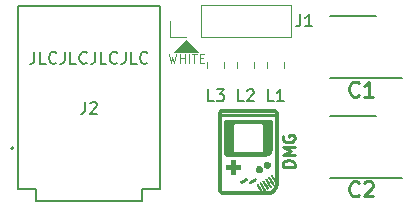
<source format=gbr>
%TF.GenerationSoftware,KiCad,Pcbnew,(5.1.6)-1*%
%TF.CreationDate,2024-02-11T14:18:58-05:00*%
%TF.ProjectId,GB-DMG-Headphone-PCB,47422d44-4d47-42d4-9865-616470686f6e,rev?*%
%TF.SameCoordinates,Original*%
%TF.FileFunction,Legend,Top*%
%TF.FilePolarity,Positive*%
%FSLAX46Y46*%
G04 Gerber Fmt 4.6, Leading zero omitted, Abs format (unit mm)*
G04 Created by KiCad (PCBNEW (5.1.6)-1) date 2024-02-11 14:18:58*
%MOMM*%
%LPD*%
G01*
G04 APERTURE LIST*
%ADD10C,0.250000*%
%ADD11C,0.125000*%
%ADD12C,0.100000*%
%ADD13C,0.150000*%
%ADD14C,0.010000*%
%ADD15C,0.200000*%
%ADD16C,0.120000*%
%ADD17C,0.127000*%
%ADD18C,0.254000*%
G04 APERTURE END LIST*
D10*
X154757380Y-111505833D02*
X153757380Y-111505833D01*
X153757380Y-111267738D01*
X153805000Y-111124880D01*
X153900238Y-111029642D01*
X153995476Y-110982023D01*
X154185952Y-110934404D01*
X154328809Y-110934404D01*
X154519285Y-110982023D01*
X154614523Y-111029642D01*
X154709761Y-111124880D01*
X154757380Y-111267738D01*
X154757380Y-111505833D01*
X154757380Y-110505833D02*
X153757380Y-110505833D01*
X154471666Y-110172500D01*
X153757380Y-109839166D01*
X154757380Y-109839166D01*
X153805000Y-108839166D02*
X153757380Y-108934404D01*
X153757380Y-109077261D01*
X153805000Y-109220119D01*
X153900238Y-109315357D01*
X153995476Y-109362976D01*
X154185952Y-109410595D01*
X154328809Y-109410595D01*
X154519285Y-109362976D01*
X154614523Y-109315357D01*
X154709761Y-109220119D01*
X154757380Y-109077261D01*
X154757380Y-108982023D01*
X154709761Y-108839166D01*
X154662142Y-108791547D01*
X154328809Y-108791547D01*
X154328809Y-108982023D01*
D11*
X144087642Y-101951285D02*
X144266214Y-102701285D01*
X144409071Y-102165571D01*
X144551928Y-102701285D01*
X144730500Y-101951285D01*
X145016214Y-102701285D02*
X145016214Y-101951285D01*
X145016214Y-102308428D02*
X145444785Y-102308428D01*
X145444785Y-102701285D02*
X145444785Y-101951285D01*
X145801928Y-102701285D02*
X145801928Y-101951285D01*
X146051928Y-101951285D02*
X146480500Y-101951285D01*
X146266214Y-102701285D02*
X146266214Y-101951285D01*
X146730500Y-102308428D02*
X146980500Y-102308428D01*
X147087642Y-102701285D02*
X146730500Y-102701285D01*
X146730500Y-101951285D01*
X147087642Y-101951285D01*
D12*
G36*
X146621500Y-101727000D02*
G01*
X144526000Y-101727000D01*
X145542000Y-100711000D01*
X146621500Y-101727000D01*
G37*
X146621500Y-101727000D02*
X144526000Y-101727000D01*
X145542000Y-100711000D01*
X146621500Y-101727000D01*
D13*
X132731452Y-101750880D02*
X132731452Y-102465166D01*
X132683833Y-102608023D01*
X132588595Y-102703261D01*
X132445738Y-102750880D01*
X132350500Y-102750880D01*
X133683833Y-102750880D02*
X133207642Y-102750880D01*
X133207642Y-101750880D01*
X134588595Y-102655642D02*
X134540976Y-102703261D01*
X134398119Y-102750880D01*
X134302880Y-102750880D01*
X134160023Y-102703261D01*
X134064785Y-102608023D01*
X134017166Y-102512785D01*
X133969547Y-102322309D01*
X133969547Y-102179452D01*
X134017166Y-101988976D01*
X134064785Y-101893738D01*
X134160023Y-101798500D01*
X134302880Y-101750880D01*
X134398119Y-101750880D01*
X134540976Y-101798500D01*
X134588595Y-101846119D01*
X135302880Y-101750880D02*
X135302880Y-102465166D01*
X135255261Y-102608023D01*
X135160023Y-102703261D01*
X135017166Y-102750880D01*
X134921928Y-102750880D01*
X136255261Y-102750880D02*
X135779071Y-102750880D01*
X135779071Y-101750880D01*
X137160023Y-102655642D02*
X137112404Y-102703261D01*
X136969547Y-102750880D01*
X136874309Y-102750880D01*
X136731452Y-102703261D01*
X136636214Y-102608023D01*
X136588595Y-102512785D01*
X136540976Y-102322309D01*
X136540976Y-102179452D01*
X136588595Y-101988976D01*
X136636214Y-101893738D01*
X136731452Y-101798500D01*
X136874309Y-101750880D01*
X136969547Y-101750880D01*
X137112404Y-101798500D01*
X137160023Y-101846119D01*
X137874309Y-101750880D02*
X137874309Y-102465166D01*
X137826690Y-102608023D01*
X137731452Y-102703261D01*
X137588595Y-102750880D01*
X137493357Y-102750880D01*
X138826690Y-102750880D02*
X138350500Y-102750880D01*
X138350500Y-101750880D01*
X139731452Y-102655642D02*
X139683833Y-102703261D01*
X139540976Y-102750880D01*
X139445738Y-102750880D01*
X139302880Y-102703261D01*
X139207642Y-102608023D01*
X139160023Y-102512785D01*
X139112404Y-102322309D01*
X139112404Y-102179452D01*
X139160023Y-101988976D01*
X139207642Y-101893738D01*
X139302880Y-101798500D01*
X139445738Y-101750880D01*
X139540976Y-101750880D01*
X139683833Y-101798500D01*
X139731452Y-101846119D01*
X140445738Y-101750880D02*
X140445738Y-102465166D01*
X140398119Y-102608023D01*
X140302880Y-102703261D01*
X140160023Y-102750880D01*
X140064785Y-102750880D01*
X141398119Y-102750880D02*
X140921928Y-102750880D01*
X140921928Y-101750880D01*
X142302880Y-102655642D02*
X142255261Y-102703261D01*
X142112404Y-102750880D01*
X142017166Y-102750880D01*
X141874309Y-102703261D01*
X141779071Y-102608023D01*
X141731452Y-102512785D01*
X141683833Y-102322309D01*
X141683833Y-102179452D01*
X141731452Y-101988976D01*
X141779071Y-101893738D01*
X141874309Y-101798500D01*
X142017166Y-101750880D01*
X142112404Y-101750880D01*
X142255261Y-101798500D01*
X142302880Y-101846119D01*
D14*
%TO.C,G\u002A\u002A\u002A*%
G36*
X151609851Y-107496943D02*
G01*
X151813894Y-107497163D01*
X151991709Y-107497690D01*
X152145208Y-107498631D01*
X152276299Y-107500096D01*
X152386894Y-107502193D01*
X152478901Y-107505031D01*
X152554230Y-107508719D01*
X152614792Y-107513366D01*
X152662496Y-107519080D01*
X152699253Y-107525969D01*
X152726971Y-107534144D01*
X152747562Y-107543711D01*
X152762934Y-107554781D01*
X152774998Y-107567462D01*
X152785664Y-107581862D01*
X152796841Y-107598091D01*
X152805524Y-107609985D01*
X152852967Y-107672173D01*
X152857938Y-108765703D01*
X152858842Y-109031101D01*
X152858983Y-109263002D01*
X152858357Y-109461771D01*
X152856961Y-109627770D01*
X152854790Y-109761362D01*
X152851840Y-109862909D01*
X152848107Y-109932773D01*
X152844353Y-109967303D01*
X152803197Y-110111903D01*
X152733332Y-110245070D01*
X152638720Y-110361018D01*
X152523325Y-110453960D01*
X152502090Y-110466960D01*
X152475671Y-110482213D01*
X152450142Y-110495728D01*
X152423396Y-110507610D01*
X152393323Y-110517960D01*
X152357814Y-110526883D01*
X152314761Y-110534483D01*
X152262054Y-110540861D01*
X152197585Y-110546122D01*
X152119244Y-110550370D01*
X152024924Y-110553706D01*
X151912514Y-110556236D01*
X151779907Y-110558062D01*
X151624992Y-110559287D01*
X151445661Y-110560015D01*
X151239806Y-110560349D01*
X151005317Y-110560393D01*
X150740086Y-110560250D01*
X150600833Y-110560145D01*
X150361092Y-110559798D01*
X150132640Y-110559152D01*
X149917732Y-110558228D01*
X149718618Y-110557050D01*
X149537552Y-110555641D01*
X149376785Y-110554023D01*
X149238569Y-110552219D01*
X149125158Y-110550251D01*
X149038803Y-110548143D01*
X148981757Y-110545917D01*
X148956271Y-110543597D01*
X148956068Y-110543540D01*
X148894873Y-110511040D01*
X148837910Y-110455634D01*
X148794005Y-110387971D01*
X148772422Y-110321985D01*
X148770794Y-110293511D01*
X148769375Y-110233970D01*
X148768177Y-110146164D01*
X148767209Y-110032890D01*
X148766485Y-109896950D01*
X148766014Y-109741144D01*
X148765809Y-109568270D01*
X148765879Y-109381129D01*
X148766238Y-109182521D01*
X148766895Y-108975246D01*
X148766953Y-108960439D01*
X148768516Y-108563833D01*
X149017567Y-108563833D01*
X149029975Y-108615633D01*
X149065149Y-108644063D01*
X149093767Y-108648500D01*
X149132626Y-108639330D01*
X149149647Y-108628180D01*
X149165294Y-108596516D01*
X149169967Y-108563833D01*
X149157558Y-108512033D01*
X149122384Y-108483603D01*
X149093767Y-108479167D01*
X149047146Y-108492954D01*
X149021560Y-108532036D01*
X149017567Y-108563833D01*
X148768516Y-108563833D01*
X148771313Y-107854554D01*
X149542500Y-107854554D01*
X149542500Y-109035540D01*
X149542642Y-109278302D01*
X149543088Y-109488987D01*
X149543869Y-109669381D01*
X149545015Y-109821274D01*
X149546555Y-109946453D01*
X149548521Y-110046705D01*
X149550943Y-110123819D01*
X149553850Y-110179583D01*
X149557273Y-110215784D01*
X149561242Y-110234210D01*
X149562820Y-110236847D01*
X149583474Y-110240908D01*
X149634715Y-110244556D01*
X149713267Y-110247792D01*
X149815852Y-110250614D01*
X149939194Y-110253024D01*
X150080017Y-110255021D01*
X150235042Y-110256604D01*
X150400994Y-110257775D01*
X150574596Y-110258532D01*
X150752570Y-110258877D01*
X150931640Y-110258808D01*
X151108529Y-110258327D01*
X151279961Y-110257433D01*
X151442658Y-110256125D01*
X151593343Y-110254405D01*
X151728741Y-110252272D01*
X151845573Y-110249726D01*
X151940564Y-110246766D01*
X152010436Y-110243394D01*
X152051913Y-110239609D01*
X152062180Y-110236847D01*
X152066354Y-110224416D01*
X152069972Y-110194858D01*
X152073062Y-110146384D01*
X152075656Y-110077208D01*
X152077783Y-109985541D01*
X152079474Y-109869595D01*
X152080759Y-109727583D01*
X152081669Y-109557716D01*
X152082233Y-109358206D01*
X152082482Y-109127266D01*
X152082500Y-109035540D01*
X152082500Y-107854554D01*
X152044865Y-107828193D01*
X152034538Y-107823062D01*
X152017694Y-107818632D01*
X151991994Y-107814853D01*
X151955098Y-107811674D01*
X151904665Y-107809046D01*
X151838357Y-107806918D01*
X151753832Y-107805242D01*
X151648750Y-107803965D01*
X151520773Y-107803039D01*
X151367559Y-107802414D01*
X151186768Y-107802038D01*
X150976061Y-107801863D01*
X150812500Y-107801833D01*
X150579851Y-107801899D01*
X150378728Y-107802131D01*
X150206792Y-107802579D01*
X150061702Y-107803293D01*
X149941119Y-107804323D01*
X149842702Y-107805719D01*
X149764111Y-107807531D01*
X149703007Y-107809810D01*
X149657048Y-107812604D01*
X149623896Y-107815965D01*
X149601210Y-107819942D01*
X149586650Y-107824586D01*
X149580134Y-107828193D01*
X149542500Y-107854554D01*
X148771313Y-107854554D01*
X148772033Y-107672179D01*
X148820832Y-107608209D01*
X148833297Y-107591059D01*
X148844326Y-107575764D01*
X148855823Y-107562218D01*
X148869692Y-107550315D01*
X148887838Y-107539950D01*
X148912163Y-107531016D01*
X148944571Y-107523409D01*
X148986968Y-107517021D01*
X149041256Y-107511748D01*
X149109340Y-107507483D01*
X149193123Y-107504121D01*
X149294509Y-107501555D01*
X149415403Y-107499681D01*
X149557708Y-107498392D01*
X149723327Y-107497582D01*
X149914166Y-107497146D01*
X150132128Y-107496977D01*
X150379116Y-107496971D01*
X150657035Y-107497020D01*
X150821264Y-107497033D01*
X151115446Y-107496987D01*
X151377672Y-107496921D01*
X151609851Y-107496943D01*
G37*
X151609851Y-107496943D02*
X151813894Y-107497163D01*
X151991709Y-107497690D01*
X152145208Y-107498631D01*
X152276299Y-107500096D01*
X152386894Y-107502193D01*
X152478901Y-107505031D01*
X152554230Y-107508719D01*
X152614792Y-107513366D01*
X152662496Y-107519080D01*
X152699253Y-107525969D01*
X152726971Y-107534144D01*
X152747562Y-107543711D01*
X152762934Y-107554781D01*
X152774998Y-107567462D01*
X152785664Y-107581862D01*
X152796841Y-107598091D01*
X152805524Y-107609985D01*
X152852967Y-107672173D01*
X152857938Y-108765703D01*
X152858842Y-109031101D01*
X152858983Y-109263002D01*
X152858357Y-109461771D01*
X152856961Y-109627770D01*
X152854790Y-109761362D01*
X152851840Y-109862909D01*
X152848107Y-109932773D01*
X152844353Y-109967303D01*
X152803197Y-110111903D01*
X152733332Y-110245070D01*
X152638720Y-110361018D01*
X152523325Y-110453960D01*
X152502090Y-110466960D01*
X152475671Y-110482213D01*
X152450142Y-110495728D01*
X152423396Y-110507610D01*
X152393323Y-110517960D01*
X152357814Y-110526883D01*
X152314761Y-110534483D01*
X152262054Y-110540861D01*
X152197585Y-110546122D01*
X152119244Y-110550370D01*
X152024924Y-110553706D01*
X151912514Y-110556236D01*
X151779907Y-110558062D01*
X151624992Y-110559287D01*
X151445661Y-110560015D01*
X151239806Y-110560349D01*
X151005317Y-110560393D01*
X150740086Y-110560250D01*
X150600833Y-110560145D01*
X150361092Y-110559798D01*
X150132640Y-110559152D01*
X149917732Y-110558228D01*
X149718618Y-110557050D01*
X149537552Y-110555641D01*
X149376785Y-110554023D01*
X149238569Y-110552219D01*
X149125158Y-110550251D01*
X149038803Y-110548143D01*
X148981757Y-110545917D01*
X148956271Y-110543597D01*
X148956068Y-110543540D01*
X148894873Y-110511040D01*
X148837910Y-110455634D01*
X148794005Y-110387971D01*
X148772422Y-110321985D01*
X148770794Y-110293511D01*
X148769375Y-110233970D01*
X148768177Y-110146164D01*
X148767209Y-110032890D01*
X148766485Y-109896950D01*
X148766014Y-109741144D01*
X148765809Y-109568270D01*
X148765879Y-109381129D01*
X148766238Y-109182521D01*
X148766895Y-108975246D01*
X148766953Y-108960439D01*
X148768516Y-108563833D01*
X149017567Y-108563833D01*
X149029975Y-108615633D01*
X149065149Y-108644063D01*
X149093767Y-108648500D01*
X149132626Y-108639330D01*
X149149647Y-108628180D01*
X149165294Y-108596516D01*
X149169967Y-108563833D01*
X149157558Y-108512033D01*
X149122384Y-108483603D01*
X149093767Y-108479167D01*
X149047146Y-108492954D01*
X149021560Y-108532036D01*
X149017567Y-108563833D01*
X148768516Y-108563833D01*
X148771313Y-107854554D01*
X149542500Y-107854554D01*
X149542500Y-109035540D01*
X149542642Y-109278302D01*
X149543088Y-109488987D01*
X149543869Y-109669381D01*
X149545015Y-109821274D01*
X149546555Y-109946453D01*
X149548521Y-110046705D01*
X149550943Y-110123819D01*
X149553850Y-110179583D01*
X149557273Y-110215784D01*
X149561242Y-110234210D01*
X149562820Y-110236847D01*
X149583474Y-110240908D01*
X149634715Y-110244556D01*
X149713267Y-110247792D01*
X149815852Y-110250614D01*
X149939194Y-110253024D01*
X150080017Y-110255021D01*
X150235042Y-110256604D01*
X150400994Y-110257775D01*
X150574596Y-110258532D01*
X150752570Y-110258877D01*
X150931640Y-110258808D01*
X151108529Y-110258327D01*
X151279961Y-110257433D01*
X151442658Y-110256125D01*
X151593343Y-110254405D01*
X151728741Y-110252272D01*
X151845573Y-110249726D01*
X151940564Y-110246766D01*
X152010436Y-110243394D01*
X152051913Y-110239609D01*
X152062180Y-110236847D01*
X152066354Y-110224416D01*
X152069972Y-110194858D01*
X152073062Y-110146384D01*
X152075656Y-110077208D01*
X152077783Y-109985541D01*
X152079474Y-109869595D01*
X152080759Y-109727583D01*
X152081669Y-109557716D01*
X152082233Y-109358206D01*
X152082482Y-109127266D01*
X152082500Y-109035540D01*
X152082500Y-107854554D01*
X152044865Y-107828193D01*
X152034538Y-107823062D01*
X152017694Y-107818632D01*
X151991994Y-107814853D01*
X151955098Y-107811674D01*
X151904665Y-107809046D01*
X151838357Y-107806918D01*
X151753832Y-107805242D01*
X151648750Y-107803965D01*
X151520773Y-107803039D01*
X151367559Y-107802414D01*
X151186768Y-107802038D01*
X150976061Y-107801863D01*
X150812500Y-107801833D01*
X150579851Y-107801899D01*
X150378728Y-107802131D01*
X150206792Y-107802579D01*
X150061702Y-107803293D01*
X149941119Y-107804323D01*
X149842702Y-107805719D01*
X149764111Y-107807531D01*
X149703007Y-107809810D01*
X149657048Y-107812604D01*
X149623896Y-107815965D01*
X149601210Y-107819942D01*
X149586650Y-107824586D01*
X149580134Y-107828193D01*
X149542500Y-107854554D01*
X148771313Y-107854554D01*
X148772033Y-107672179D01*
X148820832Y-107608209D01*
X148833297Y-107591059D01*
X148844326Y-107575764D01*
X148855823Y-107562218D01*
X148869692Y-107550315D01*
X148887838Y-107539950D01*
X148912163Y-107531016D01*
X148944571Y-107523409D01*
X148986968Y-107517021D01*
X149041256Y-107511748D01*
X149109340Y-107507483D01*
X149193123Y-107504121D01*
X149294509Y-107501555D01*
X149415403Y-107499681D01*
X149557708Y-107498392D01*
X149723327Y-107497582D01*
X149914166Y-107497146D01*
X150132128Y-107496977D01*
X150379116Y-107496971D01*
X150657035Y-107497020D01*
X150821264Y-107497033D01*
X151115446Y-107496987D01*
X151377672Y-107496921D01*
X151609851Y-107496943D01*
G36*
X152507174Y-111078011D02*
G01*
X152582858Y-111119093D01*
X152644227Y-111185547D01*
X152654645Y-111202669D01*
X152685757Y-111288736D01*
X152686487Y-111374775D01*
X152659831Y-111455036D01*
X152608787Y-111523764D01*
X152536351Y-111575207D01*
X152445785Y-111603573D01*
X152388275Y-111605087D01*
X152331103Y-111587965D01*
X152303624Y-111574692D01*
X152229813Y-111527116D01*
X152184573Y-111472019D01*
X152162769Y-111400924D01*
X152158700Y-111335425D01*
X152162137Y-111266117D01*
X152174679Y-111216631D01*
X152198135Y-111175544D01*
X152262656Y-111111069D01*
X152340231Y-111073592D01*
X152424018Y-111062708D01*
X152507174Y-111078011D01*
G37*
X152507174Y-111078011D02*
X152582858Y-111119093D01*
X152644227Y-111185547D01*
X152654645Y-111202669D01*
X152685757Y-111288736D01*
X152686487Y-111374775D01*
X152659831Y-111455036D01*
X152608787Y-111523764D01*
X152536351Y-111575207D01*
X152445785Y-111603573D01*
X152388275Y-111605087D01*
X152331103Y-111587965D01*
X152303624Y-111574692D01*
X152229813Y-111527116D01*
X152184573Y-111472019D01*
X152162769Y-111400924D01*
X152158700Y-111335425D01*
X152162137Y-111266117D01*
X152174679Y-111216631D01*
X152198135Y-111175544D01*
X152262656Y-111111069D01*
X152340231Y-111073592D01*
X152424018Y-111062708D01*
X152507174Y-111078011D01*
G36*
X151850081Y-111439066D02*
G01*
X151850088Y-111439069D01*
X151925690Y-111488549D01*
X151978425Y-111555714D01*
X152007610Y-111633848D01*
X152012563Y-111716238D01*
X151992601Y-111796168D01*
X151947041Y-111866925D01*
X151897820Y-111908539D01*
X151818832Y-111945779D01*
X151737256Y-111959854D01*
X151674636Y-111951778D01*
X151589486Y-111909618D01*
X151525232Y-111841880D01*
X151509970Y-111817112D01*
X151478811Y-111732276D01*
X151477026Y-111648926D01*
X151500451Y-111571687D01*
X151544925Y-111505186D01*
X151606286Y-111454048D01*
X151680374Y-111422898D01*
X151763026Y-111416362D01*
X151850081Y-111439066D01*
G37*
X151850081Y-111439066D02*
X151850088Y-111439069D01*
X151925690Y-111488549D01*
X151978425Y-111555714D01*
X152007610Y-111633848D01*
X152012563Y-111716238D01*
X151992601Y-111796168D01*
X151947041Y-111866925D01*
X151897820Y-111908539D01*
X151818832Y-111945779D01*
X151737256Y-111959854D01*
X151674636Y-111951778D01*
X151589486Y-111909618D01*
X151525232Y-111841880D01*
X151509970Y-111817112D01*
X151478811Y-111732276D01*
X151477026Y-111648926D01*
X151500451Y-111571687D01*
X151544925Y-111505186D01*
X151606286Y-111454048D01*
X151680374Y-111422898D01*
X151763026Y-111416362D01*
X151850081Y-111439066D01*
G36*
X149609451Y-110920131D02*
G01*
X149664945Y-110927349D01*
X149691513Y-110937886D01*
X149702156Y-110967005D01*
X149708952Y-111028391D01*
X149711762Y-111120647D01*
X149711833Y-111141086D01*
X149711833Y-111323967D01*
X149895475Y-111323967D01*
X149989814Y-111325181D01*
X150055484Y-111331551D01*
X150097667Y-111347167D01*
X150121542Y-111376117D01*
X150132293Y-111422494D01*
X150135099Y-111490385D01*
X150135166Y-111513175D01*
X150133553Y-111584973D01*
X150125282Y-111635085D01*
X150105207Y-111667399D01*
X150068182Y-111685804D01*
X150009062Y-111694188D01*
X149922700Y-111696439D01*
X149892533Y-111696500D01*
X149711833Y-111696500D01*
X149711833Y-111879380D01*
X149709780Y-111977220D01*
X149703715Y-112044450D01*
X149693776Y-112079672D01*
X149691513Y-112082580D01*
X149662866Y-112093563D01*
X149606142Y-112100572D01*
X149531242Y-112102900D01*
X149460568Y-112101887D01*
X149416177Y-112097803D01*
X149390519Y-112089076D01*
X149376044Y-112074137D01*
X149373762Y-112070146D01*
X149366279Y-112039751D01*
X149360388Y-111984590D01*
X149356875Y-111913754D01*
X149356233Y-111866946D01*
X149356233Y-111696500D01*
X149178433Y-111696500D01*
X149082590Y-111694803D01*
X149015477Y-111687149D01*
X148972024Y-111669691D01*
X148947161Y-111638582D01*
X148935816Y-111589975D01*
X148932920Y-111520025D01*
X148932900Y-111510233D01*
X148935136Y-111437525D01*
X148945226Y-111386611D01*
X148968239Y-111353647D01*
X149009246Y-111334785D01*
X149073318Y-111326179D01*
X149165525Y-111323982D01*
X149178433Y-111323967D01*
X149356233Y-111323967D01*
X149356233Y-111153520D01*
X149357040Y-111060091D01*
X149362051Y-110995291D01*
X149375149Y-110953883D01*
X149400219Y-110930631D01*
X149441144Y-110920298D01*
X149501808Y-110917648D01*
X149531242Y-110917567D01*
X149609451Y-110920131D01*
G37*
X149609451Y-110920131D02*
X149664945Y-110927349D01*
X149691513Y-110937886D01*
X149702156Y-110967005D01*
X149708952Y-111028391D01*
X149711762Y-111120647D01*
X149711833Y-111141086D01*
X149711833Y-111323967D01*
X149895475Y-111323967D01*
X149989814Y-111325181D01*
X150055484Y-111331551D01*
X150097667Y-111347167D01*
X150121542Y-111376117D01*
X150132293Y-111422494D01*
X150135099Y-111490385D01*
X150135166Y-111513175D01*
X150133553Y-111584973D01*
X150125282Y-111635085D01*
X150105207Y-111667399D01*
X150068182Y-111685804D01*
X150009062Y-111694188D01*
X149922700Y-111696439D01*
X149892533Y-111696500D01*
X149711833Y-111696500D01*
X149711833Y-111879380D01*
X149709780Y-111977220D01*
X149703715Y-112044450D01*
X149693776Y-112079672D01*
X149691513Y-112082580D01*
X149662866Y-112093563D01*
X149606142Y-112100572D01*
X149531242Y-112102900D01*
X149460568Y-112101887D01*
X149416177Y-112097803D01*
X149390519Y-112089076D01*
X149376044Y-112074137D01*
X149373762Y-112070146D01*
X149366279Y-112039751D01*
X149360388Y-111984590D01*
X149356875Y-111913754D01*
X149356233Y-111866946D01*
X149356233Y-111696500D01*
X149178433Y-111696500D01*
X149082590Y-111694803D01*
X149015477Y-111687149D01*
X148972024Y-111669691D01*
X148947161Y-111638582D01*
X148935816Y-111589975D01*
X148932920Y-111520025D01*
X148932900Y-111510233D01*
X148935136Y-111437525D01*
X148945226Y-111386611D01*
X148968239Y-111353647D01*
X149009246Y-111334785D01*
X149073318Y-111326179D01*
X149165525Y-111323982D01*
X149178433Y-111323967D01*
X149356233Y-111323967D01*
X149356233Y-111153520D01*
X149357040Y-111060091D01*
X149362051Y-110995291D01*
X149375149Y-110953883D01*
X149400219Y-110930631D01*
X149441144Y-110920298D01*
X149501808Y-110917648D01*
X149531242Y-110917567D01*
X149609451Y-110920131D01*
G36*
X150653044Y-112448874D02*
G01*
X150693881Y-112474533D01*
X150715099Y-112518851D01*
X150711249Y-112567869D01*
X150694236Y-112584474D01*
X150654011Y-112613755D01*
X150596906Y-112651835D01*
X150529253Y-112694836D01*
X150457385Y-112738881D01*
X150387635Y-112780092D01*
X150326334Y-112814591D01*
X150279817Y-112838501D01*
X150254414Y-112847944D01*
X150253815Y-112847966D01*
X150234404Y-112839259D01*
X150205716Y-112820940D01*
X150176751Y-112788192D01*
X150172315Y-112741490D01*
X150176664Y-112719674D01*
X150188000Y-112699580D01*
X150210846Y-112677581D01*
X150249724Y-112650051D01*
X150309155Y-112613363D01*
X150393662Y-112563891D01*
X150394078Y-112563651D01*
X150484898Y-112512148D01*
X150551895Y-112477035D01*
X150599661Y-112456277D01*
X150632789Y-112447838D01*
X150653044Y-112448874D01*
G37*
X150653044Y-112448874D02*
X150693881Y-112474533D01*
X150715099Y-112518851D01*
X150711249Y-112567869D01*
X150694236Y-112584474D01*
X150654011Y-112613755D01*
X150596906Y-112651835D01*
X150529253Y-112694836D01*
X150457385Y-112738881D01*
X150387635Y-112780092D01*
X150326334Y-112814591D01*
X150279817Y-112838501D01*
X150254414Y-112847944D01*
X150253815Y-112847966D01*
X150234404Y-112839259D01*
X150205716Y-112820940D01*
X150176751Y-112788192D01*
X150172315Y-112741490D01*
X150176664Y-112719674D01*
X150188000Y-112699580D01*
X150210846Y-112677581D01*
X150249724Y-112650051D01*
X150309155Y-112613363D01*
X150393662Y-112563891D01*
X150394078Y-112563651D01*
X150484898Y-112512148D01*
X150551895Y-112477035D01*
X150599661Y-112456277D01*
X150632789Y-112447838D01*
X150653044Y-112448874D01*
G36*
X151412231Y-112473056D02*
G01*
X151441065Y-112509091D01*
X151453957Y-112555494D01*
X151445453Y-112600703D01*
X151442340Y-112606129D01*
X151423114Y-112621900D01*
X151380659Y-112649671D01*
X151321568Y-112685689D01*
X151252436Y-112726202D01*
X151179855Y-112767456D01*
X151110421Y-112805698D01*
X151050726Y-112837174D01*
X151007366Y-112858132D01*
X150987711Y-112864900D01*
X150963984Y-112852684D01*
X150934511Y-112823124D01*
X150933208Y-112821485D01*
X150913356Y-112789891D01*
X150908966Y-112760689D01*
X150922821Y-112730590D01*
X150957703Y-112696306D01*
X151016397Y-112654550D01*
X151101687Y-112602034D01*
X151136150Y-112581778D01*
X151213263Y-112537813D01*
X151281551Y-112500788D01*
X151334987Y-112473831D01*
X151367539Y-112460070D01*
X151372909Y-112458950D01*
X151412231Y-112473056D01*
G37*
X151412231Y-112473056D02*
X151441065Y-112509091D01*
X151453957Y-112555494D01*
X151445453Y-112600703D01*
X151442340Y-112606129D01*
X151423114Y-112621900D01*
X151380659Y-112649671D01*
X151321568Y-112685689D01*
X151252436Y-112726202D01*
X151179855Y-112767456D01*
X151110421Y-112805698D01*
X151050726Y-112837174D01*
X151007366Y-112858132D01*
X150987711Y-112864900D01*
X150963984Y-112852684D01*
X150934511Y-112823124D01*
X150933208Y-112821485D01*
X150913356Y-112789891D01*
X150908966Y-112760689D01*
X150922821Y-112730590D01*
X150957703Y-112696306D01*
X151016397Y-112654550D01*
X151101687Y-112602034D01*
X151136150Y-112581778D01*
X151213263Y-112537813D01*
X151281551Y-112500788D01*
X151334987Y-112473831D01*
X151367539Y-112460070D01*
X151372909Y-112458950D01*
X151412231Y-112473056D01*
G36*
X152595442Y-112345740D02*
G01*
X152610798Y-112357023D01*
X152630366Y-112379349D01*
X152656568Y-112415979D01*
X152691827Y-112470174D01*
X152738564Y-112545196D01*
X152799200Y-112644306D01*
X152835426Y-112703812D01*
X152897334Y-112806957D01*
X152941764Y-112885331D01*
X152969807Y-112942487D01*
X152982553Y-112981978D01*
X152981092Y-113007355D01*
X152966515Y-113022170D01*
X152939912Y-113029976D01*
X152935754Y-113030642D01*
X152921125Y-113026497D01*
X152900841Y-113008274D01*
X152872724Y-112972968D01*
X152834595Y-112917575D01*
X152784275Y-112839089D01*
X152719585Y-112734507D01*
X152711833Y-112721829D01*
X152655698Y-112628200D01*
X152606584Y-112542934D01*
X152567003Y-112470674D01*
X152539466Y-112416059D01*
X152526487Y-112383732D01*
X152525889Y-112378286D01*
X152545283Y-112352098D01*
X152567684Y-112343261D01*
X152581879Y-112342240D01*
X152595442Y-112345740D01*
G37*
X152595442Y-112345740D02*
X152610798Y-112357023D01*
X152630366Y-112379349D01*
X152656568Y-112415979D01*
X152691827Y-112470174D01*
X152738564Y-112545196D01*
X152799200Y-112644306D01*
X152835426Y-112703812D01*
X152897334Y-112806957D01*
X152941764Y-112885331D01*
X152969807Y-112942487D01*
X152982553Y-112981978D01*
X152981092Y-113007355D01*
X152966515Y-113022170D01*
X152939912Y-113029976D01*
X152935754Y-113030642D01*
X152921125Y-113026497D01*
X152900841Y-113008274D01*
X152872724Y-112972968D01*
X152834595Y-112917575D01*
X152784275Y-112839089D01*
X152719585Y-112734507D01*
X152711833Y-112721829D01*
X152655698Y-112628200D01*
X152606584Y-112542934D01*
X152567003Y-112470674D01*
X152539466Y-112416059D01*
X152526487Y-112383732D01*
X152525889Y-112378286D01*
X152545283Y-112352098D01*
X152567684Y-112343261D01*
X152581879Y-112342240D01*
X152595442Y-112345740D01*
G36*
X152350173Y-112504840D02*
G01*
X152369154Y-112519159D01*
X152393600Y-112547239D01*
X152426075Y-112592531D01*
X152469142Y-112658482D01*
X152525364Y-112748543D01*
X152559314Y-112803863D01*
X152624254Y-112912198D01*
X152676201Y-113003304D01*
X152713630Y-113074314D01*
X152735015Y-113122361D01*
X152739522Y-113142529D01*
X152722358Y-113174166D01*
X152690573Y-113183223D01*
X152655445Y-113168939D01*
X152637801Y-113149383D01*
X152621021Y-113122784D01*
X152589937Y-113072670D01*
X152547877Y-113004440D01*
X152498171Y-112923492D01*
X152448116Y-112841722D01*
X152382713Y-112732658D01*
X152335617Y-112648546D01*
X152305860Y-112586492D01*
X152292474Y-112543603D01*
X152294490Y-112516984D01*
X152310941Y-112503742D01*
X152334093Y-112500833D01*
X152350173Y-112504840D01*
G37*
X152350173Y-112504840D02*
X152369154Y-112519159D01*
X152393600Y-112547239D01*
X152426075Y-112592531D01*
X152469142Y-112658482D01*
X152525364Y-112748543D01*
X152559314Y-112803863D01*
X152624254Y-112912198D01*
X152676201Y-113003304D01*
X152713630Y-113074314D01*
X152735015Y-113122361D01*
X152739522Y-113142529D01*
X152722358Y-113174166D01*
X152690573Y-113183223D01*
X152655445Y-113168939D01*
X152637801Y-113149383D01*
X152621021Y-113122784D01*
X152589937Y-113072670D01*
X152547877Y-113004440D01*
X152498171Y-112923492D01*
X152448116Y-112841722D01*
X152382713Y-112732658D01*
X152335617Y-112648546D01*
X152305860Y-112586492D01*
X152292474Y-112543603D01*
X152294490Y-112516984D01*
X152310941Y-112503742D01*
X152334093Y-112500833D01*
X152350173Y-112504840D01*
G36*
X152098083Y-112648983D02*
G01*
X152114307Y-112657125D01*
X152134024Y-112676171D01*
X152159855Y-112709592D01*
X152194419Y-112760858D01*
X152240338Y-112833442D01*
X152300232Y-112930813D01*
X152317957Y-112959864D01*
X152383930Y-113069178D01*
X152433053Y-113153352D01*
X152466978Y-113215609D01*
X152487354Y-113259175D01*
X152495834Y-113287275D01*
X152494068Y-113303135D01*
X152493853Y-113303489D01*
X152462320Y-113331942D01*
X152426514Y-113327741D01*
X152391308Y-113293363D01*
X152353247Y-113236846D01*
X152307721Y-113165346D01*
X152257773Y-113084100D01*
X152206450Y-112998345D01*
X152156796Y-112913318D01*
X152111856Y-112834256D01*
X152074674Y-112766394D01*
X152048296Y-112714970D01*
X152035766Y-112685220D01*
X152035209Y-112680930D01*
X152054115Y-112658110D01*
X152082734Y-112648275D01*
X152098083Y-112648983D01*
G37*
X152098083Y-112648983D02*
X152114307Y-112657125D01*
X152134024Y-112676171D01*
X152159855Y-112709592D01*
X152194419Y-112760858D01*
X152240338Y-112833442D01*
X152300232Y-112930813D01*
X152317957Y-112959864D01*
X152383930Y-113069178D01*
X152433053Y-113153352D01*
X152466978Y-113215609D01*
X152487354Y-113259175D01*
X152495834Y-113287275D01*
X152494068Y-113303135D01*
X152493853Y-113303489D01*
X152462320Y-113331942D01*
X152426514Y-113327741D01*
X152391308Y-113293363D01*
X152353247Y-113236846D01*
X152307721Y-113165346D01*
X152257773Y-113084100D01*
X152206450Y-112998345D01*
X152156796Y-112913318D01*
X152111856Y-112834256D01*
X152074674Y-112766394D01*
X152048296Y-112714970D01*
X152035766Y-112685220D01*
X152035209Y-112680930D01*
X152054115Y-112658110D01*
X152082734Y-112648275D01*
X152098083Y-112648983D01*
G36*
X151871831Y-112798001D02*
G01*
X151872388Y-112798457D01*
X151891246Y-112821377D01*
X151922832Y-112867573D01*
X151963939Y-112931641D01*
X152011356Y-113008175D01*
X152061874Y-113091772D01*
X152112284Y-113177027D01*
X152159376Y-113258535D01*
X152199941Y-113330891D01*
X152230769Y-113388692D01*
X152248652Y-113426532D01*
X152251833Y-113437445D01*
X152239863Y-113469853D01*
X152225048Y-113481155D01*
X152200321Y-113489837D01*
X152186294Y-113486574D01*
X152174204Y-113478474D01*
X152156570Y-113457925D01*
X152125945Y-113413538D01*
X152085541Y-113350733D01*
X152038568Y-113274932D01*
X151988239Y-113191557D01*
X151937764Y-113106029D01*
X151890353Y-113023770D01*
X151849219Y-112950202D01*
X151817573Y-112890746D01*
X151798626Y-112850823D01*
X151794633Y-112837619D01*
X151807448Y-112802406D01*
X151837417Y-112787066D01*
X151871831Y-112798001D01*
G37*
X151871831Y-112798001D02*
X151872388Y-112798457D01*
X151891246Y-112821377D01*
X151922832Y-112867573D01*
X151963939Y-112931641D01*
X152011356Y-113008175D01*
X152061874Y-113091772D01*
X152112284Y-113177027D01*
X152159376Y-113258535D01*
X152199941Y-113330891D01*
X152230769Y-113388692D01*
X152248652Y-113426532D01*
X152251833Y-113437445D01*
X152239863Y-113469853D01*
X152225048Y-113481155D01*
X152200321Y-113489837D01*
X152186294Y-113486574D01*
X152174204Y-113478474D01*
X152156570Y-113457925D01*
X152125945Y-113413538D01*
X152085541Y-113350733D01*
X152038568Y-113274932D01*
X151988239Y-113191557D01*
X151937764Y-113106029D01*
X151890353Y-113023770D01*
X151849219Y-112950202D01*
X151817573Y-112890746D01*
X151798626Y-112850823D01*
X151794633Y-112837619D01*
X151807448Y-112802406D01*
X151837417Y-112787066D01*
X151871831Y-112798001D01*
G36*
X150810200Y-106548932D02*
G01*
X153022300Y-106549097D01*
X153107090Y-106588582D01*
X153198926Y-106647594D01*
X153278714Y-106729559D01*
X153333451Y-106818468D01*
X153336873Y-106828064D01*
X153340002Y-106842118D01*
X153342850Y-106862095D01*
X153345431Y-106889463D01*
X153347757Y-106925689D01*
X153349842Y-106972239D01*
X153351698Y-107030581D01*
X153353339Y-107102180D01*
X153354777Y-107188503D01*
X153356026Y-107291017D01*
X153357098Y-107411190D01*
X153358007Y-107550486D01*
X153358765Y-107710374D01*
X153359386Y-107892320D01*
X153359881Y-108097791D01*
X153360266Y-108328253D01*
X153360551Y-108585173D01*
X153360751Y-108870018D01*
X153360878Y-109184255D01*
X153360946Y-109529350D01*
X153360966Y-109906769D01*
X153360966Y-112974966D01*
X153309152Y-113119648D01*
X153229986Y-113294656D01*
X153126674Y-113446855D01*
X153000709Y-113574860D01*
X152853586Y-113677285D01*
X152686799Y-113752746D01*
X152597341Y-113779716D01*
X152576326Y-113784860D01*
X152554458Y-113789448D01*
X152529780Y-113793512D01*
X152500334Y-113797084D01*
X152464163Y-113800196D01*
X152419310Y-113802878D01*
X152363817Y-113805164D01*
X152295727Y-113807084D01*
X152213082Y-113808670D01*
X152113925Y-113809954D01*
X151996299Y-113810968D01*
X151858245Y-113811744D01*
X151697807Y-113812313D01*
X151513027Y-113812707D01*
X151301948Y-113812957D01*
X151062612Y-113813096D01*
X150793062Y-113813155D01*
X150533716Y-113813166D01*
X148600883Y-113813166D01*
X148513289Y-113769517D01*
X148414772Y-113704246D01*
X148339974Y-113616851D01*
X148304120Y-113550700D01*
X148300432Y-113541571D01*
X148297048Y-113530101D01*
X148293957Y-113514860D01*
X148291145Y-113494419D01*
X148288597Y-113467347D01*
X148286302Y-113432213D01*
X148284245Y-113387589D01*
X148282414Y-113332042D01*
X148280795Y-113264144D01*
X148279375Y-113182465D01*
X148278141Y-113085573D01*
X148277079Y-112972039D01*
X148276176Y-112840433D01*
X148275418Y-112689324D01*
X148274794Y-112517282D01*
X148274288Y-112322878D01*
X148273888Y-112104681D01*
X148273581Y-111861261D01*
X148273353Y-111591187D01*
X148273191Y-111293030D01*
X148273081Y-110965359D01*
X148273011Y-110606744D01*
X148272968Y-110215756D01*
X148272966Y-110197900D01*
X148273015Y-109743342D01*
X148273240Y-109322507D01*
X148273643Y-108935251D01*
X148274225Y-108581430D01*
X148274985Y-108260900D01*
X148275926Y-107973518D01*
X148277048Y-107719139D01*
X148278350Y-107497621D01*
X148279835Y-107308819D01*
X148280898Y-107209167D01*
X148526232Y-107209167D01*
X148530599Y-110331590D01*
X148531137Y-110713206D01*
X148531649Y-111062412D01*
X148532151Y-111380666D01*
X148532663Y-111669426D01*
X148533200Y-111930149D01*
X148533782Y-112164291D01*
X148534425Y-112373311D01*
X148535148Y-112558666D01*
X148535968Y-112721813D01*
X148536902Y-112864209D01*
X148537968Y-112987312D01*
X148539184Y-113092579D01*
X148540568Y-113181467D01*
X148542136Y-113255434D01*
X148543908Y-113315937D01*
X148545899Y-113364434D01*
X148548129Y-113402381D01*
X148550614Y-113431237D01*
X148553373Y-113452457D01*
X148556422Y-113467501D01*
X148559780Y-113477825D01*
X148563464Y-113484886D01*
X148567491Y-113490142D01*
X148568833Y-113491655D01*
X148605443Y-113524370D01*
X148636567Y-113543158D01*
X148658054Y-113545161D01*
X148711013Y-113547099D01*
X148793047Y-113548951D01*
X148901761Y-113550694D01*
X149034761Y-113552308D01*
X149189650Y-113553770D01*
X149364032Y-113555058D01*
X149555513Y-113556151D01*
X149761697Y-113557026D01*
X149980188Y-113557662D01*
X150208591Y-113558038D01*
X150274278Y-113558093D01*
X151878122Y-113559166D01*
X151740046Y-113334800D01*
X151673380Y-113226385D01*
X151622647Y-113143119D01*
X151586081Y-113081277D01*
X151561912Y-113037134D01*
X151548375Y-113006965D01*
X151543702Y-112987046D01*
X151546126Y-112973653D01*
X151553879Y-112963060D01*
X151560487Y-112956367D01*
X151591943Y-112937759D01*
X151613405Y-112937441D01*
X151629167Y-112954231D01*
X151659166Y-112995757D01*
X151700456Y-113057572D01*
X151750090Y-113135229D01*
X151805120Y-113224283D01*
X151822152Y-113252409D01*
X152006300Y-113557937D01*
X152209500Y-113558302D01*
X152375794Y-113552330D01*
X152516075Y-113532413D01*
X152636030Y-113496518D01*
X152741347Y-113442615D01*
X152837713Y-113368673D01*
X152893330Y-113314132D01*
X152978863Y-113204986D01*
X153043804Y-113083330D01*
X153083447Y-112958834D01*
X153091561Y-112906677D01*
X153101804Y-112805633D01*
X152931382Y-112528302D01*
X152870693Y-112428512D01*
X152826615Y-112353197D01*
X152797223Y-112298483D01*
X152780596Y-112260499D01*
X152774811Y-112235373D01*
X152777925Y-112219268D01*
X152798322Y-112192600D01*
X152821920Y-112187287D01*
X152851221Y-112205332D01*
X152888725Y-112248741D01*
X152936932Y-112319517D01*
X152970743Y-112373833D01*
X153013749Y-112443541D01*
X153050419Y-112501374D01*
X153077240Y-112541909D01*
X153090699Y-112559721D01*
X153091385Y-112560100D01*
X153092178Y-112543467D01*
X153092946Y-112494771D01*
X153093685Y-112415816D01*
X153094389Y-112308405D01*
X153095054Y-112174341D01*
X153095675Y-112015428D01*
X153096247Y-111833471D01*
X153096766Y-111630271D01*
X153097226Y-111407634D01*
X153097623Y-111167361D01*
X153097952Y-110911258D01*
X153098208Y-110641128D01*
X153098387Y-110358773D01*
X153098484Y-110065999D01*
X153098500Y-109884633D01*
X153098500Y-107209167D01*
X148526232Y-107209167D01*
X148280898Y-107209167D01*
X148281503Y-107152590D01*
X148283189Y-107039833D01*
X148522041Y-107039833D01*
X153098500Y-107039833D01*
X153098500Y-106974572D01*
X153083963Y-106907916D01*
X153045473Y-106851474D01*
X152990714Y-106815576D01*
X152977176Y-106811444D01*
X152955598Y-106810284D01*
X152902212Y-106809237D01*
X152819078Y-106808308D01*
X152708256Y-106807500D01*
X152571805Y-106806819D01*
X152411784Y-106806269D01*
X152230252Y-106805855D01*
X152029270Y-106805581D01*
X151810896Y-106805452D01*
X151577189Y-106805473D01*
X151330209Y-106805648D01*
X151072016Y-106805982D01*
X150804668Y-106806479D01*
X150783249Y-106806526D01*
X148628865Y-106811233D01*
X148584885Y-106855216D01*
X148546026Y-106915380D01*
X148531472Y-106969516D01*
X148522041Y-107039833D01*
X148283189Y-107039833D01*
X148283355Y-107028789D01*
X148285391Y-106937274D01*
X148287612Y-106877900D01*
X148290019Y-106850524D01*
X148290205Y-106849761D01*
X148329706Y-106762626D01*
X148394654Y-106680822D01*
X148476887Y-106613871D01*
X148507576Y-106596057D01*
X148598100Y-106548766D01*
X150810200Y-106548932D01*
G37*
X150810200Y-106548932D02*
X153022300Y-106549097D01*
X153107090Y-106588582D01*
X153198926Y-106647594D01*
X153278714Y-106729559D01*
X153333451Y-106818468D01*
X153336873Y-106828064D01*
X153340002Y-106842118D01*
X153342850Y-106862095D01*
X153345431Y-106889463D01*
X153347757Y-106925689D01*
X153349842Y-106972239D01*
X153351698Y-107030581D01*
X153353339Y-107102180D01*
X153354777Y-107188503D01*
X153356026Y-107291017D01*
X153357098Y-107411190D01*
X153358007Y-107550486D01*
X153358765Y-107710374D01*
X153359386Y-107892320D01*
X153359881Y-108097791D01*
X153360266Y-108328253D01*
X153360551Y-108585173D01*
X153360751Y-108870018D01*
X153360878Y-109184255D01*
X153360946Y-109529350D01*
X153360966Y-109906769D01*
X153360966Y-112974966D01*
X153309152Y-113119648D01*
X153229986Y-113294656D01*
X153126674Y-113446855D01*
X153000709Y-113574860D01*
X152853586Y-113677285D01*
X152686799Y-113752746D01*
X152597341Y-113779716D01*
X152576326Y-113784860D01*
X152554458Y-113789448D01*
X152529780Y-113793512D01*
X152500334Y-113797084D01*
X152464163Y-113800196D01*
X152419310Y-113802878D01*
X152363817Y-113805164D01*
X152295727Y-113807084D01*
X152213082Y-113808670D01*
X152113925Y-113809954D01*
X151996299Y-113810968D01*
X151858245Y-113811744D01*
X151697807Y-113812313D01*
X151513027Y-113812707D01*
X151301948Y-113812957D01*
X151062612Y-113813096D01*
X150793062Y-113813155D01*
X150533716Y-113813166D01*
X148600883Y-113813166D01*
X148513289Y-113769517D01*
X148414772Y-113704246D01*
X148339974Y-113616851D01*
X148304120Y-113550700D01*
X148300432Y-113541571D01*
X148297048Y-113530101D01*
X148293957Y-113514860D01*
X148291145Y-113494419D01*
X148288597Y-113467347D01*
X148286302Y-113432213D01*
X148284245Y-113387589D01*
X148282414Y-113332042D01*
X148280795Y-113264144D01*
X148279375Y-113182465D01*
X148278141Y-113085573D01*
X148277079Y-112972039D01*
X148276176Y-112840433D01*
X148275418Y-112689324D01*
X148274794Y-112517282D01*
X148274288Y-112322878D01*
X148273888Y-112104681D01*
X148273581Y-111861261D01*
X148273353Y-111591187D01*
X148273191Y-111293030D01*
X148273081Y-110965359D01*
X148273011Y-110606744D01*
X148272968Y-110215756D01*
X148272966Y-110197900D01*
X148273015Y-109743342D01*
X148273240Y-109322507D01*
X148273643Y-108935251D01*
X148274225Y-108581430D01*
X148274985Y-108260900D01*
X148275926Y-107973518D01*
X148277048Y-107719139D01*
X148278350Y-107497621D01*
X148279835Y-107308819D01*
X148280898Y-107209167D01*
X148526232Y-107209167D01*
X148530599Y-110331590D01*
X148531137Y-110713206D01*
X148531649Y-111062412D01*
X148532151Y-111380666D01*
X148532663Y-111669426D01*
X148533200Y-111930149D01*
X148533782Y-112164291D01*
X148534425Y-112373311D01*
X148535148Y-112558666D01*
X148535968Y-112721813D01*
X148536902Y-112864209D01*
X148537968Y-112987312D01*
X148539184Y-113092579D01*
X148540568Y-113181467D01*
X148542136Y-113255434D01*
X148543908Y-113315937D01*
X148545899Y-113364434D01*
X148548129Y-113402381D01*
X148550614Y-113431237D01*
X148553373Y-113452457D01*
X148556422Y-113467501D01*
X148559780Y-113477825D01*
X148563464Y-113484886D01*
X148567491Y-113490142D01*
X148568833Y-113491655D01*
X148605443Y-113524370D01*
X148636567Y-113543158D01*
X148658054Y-113545161D01*
X148711013Y-113547099D01*
X148793047Y-113548951D01*
X148901761Y-113550694D01*
X149034761Y-113552308D01*
X149189650Y-113553770D01*
X149364032Y-113555058D01*
X149555513Y-113556151D01*
X149761697Y-113557026D01*
X149980188Y-113557662D01*
X150208591Y-113558038D01*
X150274278Y-113558093D01*
X151878122Y-113559166D01*
X151740046Y-113334800D01*
X151673380Y-113226385D01*
X151622647Y-113143119D01*
X151586081Y-113081277D01*
X151561912Y-113037134D01*
X151548375Y-113006965D01*
X151543702Y-112987046D01*
X151546126Y-112973653D01*
X151553879Y-112963060D01*
X151560487Y-112956367D01*
X151591943Y-112937759D01*
X151613405Y-112937441D01*
X151629167Y-112954231D01*
X151659166Y-112995757D01*
X151700456Y-113057572D01*
X151750090Y-113135229D01*
X151805120Y-113224283D01*
X151822152Y-113252409D01*
X152006300Y-113557937D01*
X152209500Y-113558302D01*
X152375794Y-113552330D01*
X152516075Y-113532413D01*
X152636030Y-113496518D01*
X152741347Y-113442615D01*
X152837713Y-113368673D01*
X152893330Y-113314132D01*
X152978863Y-113204986D01*
X153043804Y-113083330D01*
X153083447Y-112958834D01*
X153091561Y-112906677D01*
X153101804Y-112805633D01*
X152931382Y-112528302D01*
X152870693Y-112428512D01*
X152826615Y-112353197D01*
X152797223Y-112298483D01*
X152780596Y-112260499D01*
X152774811Y-112235373D01*
X152777925Y-112219268D01*
X152798322Y-112192600D01*
X152821920Y-112187287D01*
X152851221Y-112205332D01*
X152888725Y-112248741D01*
X152936932Y-112319517D01*
X152970743Y-112373833D01*
X153013749Y-112443541D01*
X153050419Y-112501374D01*
X153077240Y-112541909D01*
X153090699Y-112559721D01*
X153091385Y-112560100D01*
X153092178Y-112543467D01*
X153092946Y-112494771D01*
X153093685Y-112415816D01*
X153094389Y-112308405D01*
X153095054Y-112174341D01*
X153095675Y-112015428D01*
X153096247Y-111833471D01*
X153096766Y-111630271D01*
X153097226Y-111407634D01*
X153097623Y-111167361D01*
X153097952Y-110911258D01*
X153098208Y-110641128D01*
X153098387Y-110358773D01*
X153098484Y-110065999D01*
X153098500Y-109884633D01*
X153098500Y-107209167D01*
X148526232Y-107209167D01*
X148280898Y-107209167D01*
X148281503Y-107152590D01*
X148283189Y-107039833D01*
X148522041Y-107039833D01*
X153098500Y-107039833D01*
X153098500Y-106974572D01*
X153083963Y-106907916D01*
X153045473Y-106851474D01*
X152990714Y-106815576D01*
X152977176Y-106811444D01*
X152955598Y-106810284D01*
X152902212Y-106809237D01*
X152819078Y-106808308D01*
X152708256Y-106807500D01*
X152571805Y-106806819D01*
X152411784Y-106806269D01*
X152230252Y-106805855D01*
X152029270Y-106805581D01*
X151810896Y-106805452D01*
X151577189Y-106805473D01*
X151330209Y-106805648D01*
X151072016Y-106805982D01*
X150804668Y-106806479D01*
X150783249Y-106806526D01*
X148628865Y-106811233D01*
X148584885Y-106855216D01*
X148546026Y-106915380D01*
X148531472Y-106969516D01*
X148522041Y-107039833D01*
X148283189Y-107039833D01*
X148283355Y-107028789D01*
X148285391Y-106937274D01*
X148287612Y-106877900D01*
X148290019Y-106850524D01*
X148290205Y-106849761D01*
X148329706Y-106762626D01*
X148394654Y-106680822D01*
X148476887Y-106613871D01*
X148507576Y-106596057D01*
X148598100Y-106548766D01*
X150810200Y-106548932D01*
D15*
%TO.C,C1*%
X161694000Y-98696000D02*
X157719000Y-98696000D01*
X163819000Y-103996000D02*
X157719000Y-103996000D01*
%TO.C,C2*%
X163819500Y-112441500D02*
X157719500Y-112441500D01*
X161694500Y-107141500D02*
X157719500Y-107141500D01*
D16*
%TO.C,J1*%
X144212000Y-100453500D02*
X144212000Y-99123500D01*
X145542000Y-100453500D02*
X144212000Y-100453500D01*
X146812000Y-100453500D02*
X146812000Y-97793500D01*
X146812000Y-97793500D02*
X154492000Y-97793500D01*
X146812000Y-100453500D02*
X154492000Y-100453500D01*
X154492000Y-100453500D02*
X154492000Y-97793500D01*
D17*
%TO.C,J2*%
X131350500Y-97902000D02*
X143350500Y-97902000D01*
D15*
X130950500Y-109902000D02*
G75*
G03*
X130950500Y-109902000I-100000J0D01*
G01*
D17*
X131350500Y-97902000D02*
X131350500Y-113402000D01*
X131350500Y-113402000D02*
X132850500Y-113402000D01*
X132850500Y-113402000D02*
X132850500Y-114402000D01*
X132850500Y-114402000D02*
X141850500Y-114402000D01*
X141850500Y-114402000D02*
X141850500Y-113402000D01*
X141850500Y-113402000D02*
X143350500Y-113402000D01*
X143350500Y-113402000D02*
X143350500Y-97902000D01*
D16*
%TO.C,L1*%
X153872000Y-102599748D02*
X153872000Y-103122252D01*
X152452000Y-102599748D02*
X152452000Y-103122252D01*
%TO.C,L2*%
X149912000Y-102599748D02*
X149912000Y-103122252D01*
X151332000Y-102599748D02*
X151332000Y-103122252D01*
%TO.C,L3*%
X147372000Y-102599748D02*
X147372000Y-103122252D01*
X148792000Y-102599748D02*
X148792000Y-103122252D01*
%TO.C,C1*%
D18*
X160189333Y-105419071D02*
X160128857Y-105479547D01*
X159947428Y-105540023D01*
X159826476Y-105540023D01*
X159645047Y-105479547D01*
X159524095Y-105358595D01*
X159463619Y-105237642D01*
X159403142Y-104995738D01*
X159403142Y-104814309D01*
X159463619Y-104572404D01*
X159524095Y-104451452D01*
X159645047Y-104330500D01*
X159826476Y-104270023D01*
X159947428Y-104270023D01*
X160128857Y-104330500D01*
X160189333Y-104390976D01*
X161398857Y-105540023D02*
X160673142Y-105540023D01*
X161036000Y-105540023D02*
X161036000Y-104270023D01*
X160915047Y-104451452D01*
X160794095Y-104572404D01*
X160673142Y-104632880D01*
%TO.C,C2*%
X160189333Y-113864571D02*
X160128857Y-113925047D01*
X159947428Y-113985523D01*
X159826476Y-113985523D01*
X159645047Y-113925047D01*
X159524095Y-113804095D01*
X159463619Y-113683142D01*
X159403142Y-113441238D01*
X159403142Y-113259809D01*
X159463619Y-113017904D01*
X159524095Y-112896952D01*
X159645047Y-112776000D01*
X159826476Y-112715523D01*
X159947428Y-112715523D01*
X160128857Y-112776000D01*
X160189333Y-112836476D01*
X160673142Y-112836476D02*
X160733619Y-112776000D01*
X160854571Y-112715523D01*
X161156952Y-112715523D01*
X161277904Y-112776000D01*
X161338380Y-112836476D01*
X161398857Y-112957428D01*
X161398857Y-113078380D01*
X161338380Y-113259809D01*
X160612666Y-113985523D01*
X161398857Y-113985523D01*
%TO.C,J1*%
D13*
X155241666Y-98575880D02*
X155241666Y-99290166D01*
X155194047Y-99433023D01*
X155098809Y-99528261D01*
X154955952Y-99575880D01*
X154860714Y-99575880D01*
X156241666Y-99575880D02*
X155670238Y-99575880D01*
X155955952Y-99575880D02*
X155955952Y-98575880D01*
X155860714Y-98718738D01*
X155765476Y-98813976D01*
X155670238Y-98861595D01*
%TO.C,J2*%
X137016618Y-106004479D02*
X137016618Y-106719941D01*
X136968920Y-106863033D01*
X136873525Y-106958428D01*
X136730433Y-107006125D01*
X136635038Y-107006125D01*
X137445894Y-106099874D02*
X137493592Y-106052177D01*
X137588987Y-106004479D01*
X137827474Y-106004479D01*
X137922869Y-106052177D01*
X137970566Y-106099874D01*
X138018264Y-106195269D01*
X138018264Y-106290664D01*
X137970566Y-106433756D01*
X137398197Y-107006125D01*
X138018264Y-107006125D01*
%TO.C,L1*%
X152995333Y-105925880D02*
X152519142Y-105925880D01*
X152519142Y-104925880D01*
X153852476Y-105925880D02*
X153281047Y-105925880D01*
X153566761Y-105925880D02*
X153566761Y-104925880D01*
X153471523Y-105068738D01*
X153376285Y-105163976D01*
X153281047Y-105211595D01*
%TO.C,L2*%
X150455333Y-105925880D02*
X149979142Y-105925880D01*
X149979142Y-104925880D01*
X150741047Y-105021119D02*
X150788666Y-104973500D01*
X150883904Y-104925880D01*
X151122000Y-104925880D01*
X151217238Y-104973500D01*
X151264857Y-105021119D01*
X151312476Y-105116357D01*
X151312476Y-105211595D01*
X151264857Y-105354452D01*
X150693428Y-105925880D01*
X151312476Y-105925880D01*
%TO.C,L3*%
X147915333Y-105925880D02*
X147439142Y-105925880D01*
X147439142Y-104925880D01*
X148153428Y-104925880D02*
X148772476Y-104925880D01*
X148439142Y-105306833D01*
X148582000Y-105306833D01*
X148677238Y-105354452D01*
X148724857Y-105402071D01*
X148772476Y-105497309D01*
X148772476Y-105735404D01*
X148724857Y-105830642D01*
X148677238Y-105878261D01*
X148582000Y-105925880D01*
X148296285Y-105925880D01*
X148201047Y-105878261D01*
X148153428Y-105830642D01*
%TD*%
M02*

</source>
